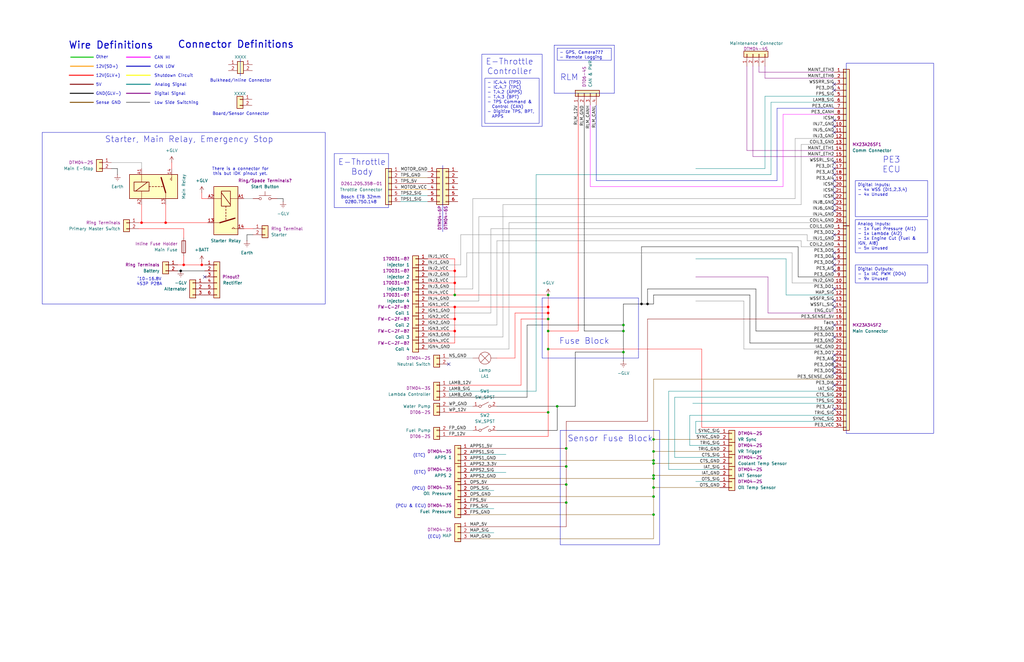
<source format=kicad_sch>
(kicad_sch (version 20231120) (generator "eeschema") (generator_version "8.0")
  (paper "B")
  (title_block (title "FSAE Interconnect") (date "2024-10-22") (rev "B") (company "\"Gryphon\" Racing"))
  (junction (at 275.59 201.93))
  (junction (at 275.59 194.31))
  (junction (at 238.76 189.23))
  (junction (at 191.77 114.3) (color 255 0 0 1))
  (junction (at 262.89 137.16))
  (junction (at 275.59 205.74))
  (junction (at 191.77 129.54) (color 255 0 0 1))
  (junction (at 191.77 139.7) (color 255 0 0 1))
  (junction (at 262.89 148.59))
  (junction (at 191.77 134.62) (color 255 0 0 1))
  (junction (at 270.51 128.27) (color 0 0 0 1))
  (junction (at 275.59 200.66))
  (junction (at 191.77 124.46))
  (junction (at 231.14 173.99))
  (junction (at 231.14 129.54) (color 255 0 0 1))
  (junction (at 77.47 111.76) (color 255 0 0 1))
  (junction (at 238.76 204.47))
  (junction (at 85.09 111.76) (color 255 0 0 1))
  (junction (at 275.59 195.58))
  (junction (at 238.76 196.85))
  (junction (at 275.59 185.42))
  (junction (at 234.95 171.45))
  (junction (at 273.05 128.27) (color 0 0 0 1))
  (junction (at 231.14 134.62))
  (junction (at 238.76 212.09))
  (junction (at 231.14 139.7))
  (junction (at 69.85 93.98) (color 255 0 0 1))
  (junction (at 231.14 132.08) (color 255 0 0 1))
  (junction (at 262.89 139.7))
  (junction (at 231.14 147.32))
  (junction (at 275.59 217.17))
  (junction (at 76.2 114.3) (color 0 0 0 1))
  (junction (at 231.14 124.46))
  (junction (at 275.59 190.5))
  (junction (at 191.77 119.38) (color 255 0 0 1))
  (junction (at 275.59 209.55))
  (junction (at 59.69 93.98) (color 255 0 0 1))
  (no_connect (at 351.79 50.8))
  (no_connect (at 351.79 149.86))
  (no_connect (at 351.79 129.54))
  (no_connect (at 351.79 55.88))
  (no_connect (at 351.79 127))
  (no_connect (at 351.79 76.2))
  (no_connect (at 351.79 121.92))
  (no_connect (at 351.79 162.56))
  (no_connect (at 189.23 153.67))
  (no_connect (at 86.36 116.84))
  (no_connect (at 351.79 68.58))
  (no_connect (at 351.79 71.12))
  (no_connect (at 351.79 172.72))
  (no_connect (at 351.79 142.24))
  (no_connect (at 351.79 88.9))
  (no_connect (at 351.79 154.94))
  (no_connect (at 351.79 137.16))
  (no_connect (at 351.79 99.06))
  (no_connect (at 351.79 106.68))
  (no_connect (at 351.79 83.82))
  (no_connect (at 351.79 81.28))
  (no_connect (at 351.79 78.74))
  (no_connect (at 351.79 111.76))
  (no_connect (at 351.79 53.34))
  (no_connect (at 351.79 109.22))
  (no_connect (at 351.79 86.36))
  (no_connect (at 351.79 35.56))
  (no_connect (at 351.79 73.66))
  (no_connect (at 351.79 157.48))
  (no_connect (at 351.79 38.1))
  (no_connect (at 351.79 114.3))
  (no_connect (at 351.79 152.4))
  (wire (pts (xy 196.85 106.68) (xy 334.01 106.68)) (stroke (width 0) (color 132 132 132 1)))
  (wire (pts (xy 198.12 204.47) (xy 238.76 204.47)) (stroke (width 0) (color 132 0 0 1)))
  (wire (pts (xy 168.91 77.47) (xy 180.34 77.47)) (stroke (width 0) (color 132 0 0 1)))
  (wire (pts (xy 262.89 139.7) (xy 262.89 148.59)) (stroke (width 0) (color 0 0 0 1)))
  (wire (pts (xy 284.48 193.04) (xy 303.53 193.04)) (stroke (width 0) (color 0 132 132 1)))
  (wire (pts (xy 284.48 167.64) (xy 284.48 193.04)) (stroke (width 0) (color 0 132 132 1)))
  (wire (pts (xy 201.93 91.44) (xy 201.93 127)) (stroke (width 0) (color 132 132 132 1)))
  (wire (pts (xy 189.23 165.1) (xy 226.06 165.1)) (stroke (width 0) (color 0 132 132 1)))
  (wire (pts (xy 219.71 134.62) (xy 231.14 134.62)) (stroke (width 0) (color 255 0 0 1)))
  (wire (pts (xy 191.77 114.3) (xy 180.34 114.3)) (stroke (width 0) (color 255 0 0 1)))
  (wire (pts (xy 351.79 144.78) (xy 316.23 144.78)) (stroke (width 0) (color 0 0 0 1)))
  (wire (pts (xy 59.69 86.36) (xy 59.69 93.98)) (stroke (width 0) (color 255 0 0 1)))
  (wire (pts (xy 275.59 124.46) (xy 275.59 128.27)) (stroke (width 0) (color 0 0 0 1)))
  (wire (pts (xy 189.23 184.15) (xy 231.14 184.15)) (stroke (width 0) (color 255 0 0 1)))
  (wire (pts (xy 77.47 111.76) (xy 85.09 111.76)) (stroke (width 0) (color 255 0 0 1)))
  (wire (pts (xy 351.79 116.84) (xy 336.55 116.84)) (stroke (width 0) (color 0 0 0 1)))
  (wire (pts (xy 275.59 185.42) (xy 303.53 185.42)) (stroke (width 0) (color 128 77 0 1)))
  (wire (pts (xy 102.87 96.52) (xy 106.68 96.52)) (stroke (width 0) (color 255 0 0 1)))
  (wire (pts (xy 198.12 217.17) (xy 275.59 217.17)) (stroke (width 0) (color 128 77 0 1)))
  (wire (pts (xy 314.96 27.94) (xy 314.96 63.5)) (stroke (width 0) (color 132 0 132 1)))
  (wire (pts (xy 340.36 101.6) (xy 351.79 101.6)) (stroke (width 0) (color 132 132 132 1)))
  (wire (pts (xy 275.59 195.58) (xy 303.53 195.58)) (stroke (width 0) (color 128 77 0 1)))
  (wire (pts (xy 313.69 147.32) (xy 313.69 127)) (stroke (width 0) (color 132 132 132 1)))
  (wire (pts (xy 58.42 96.52) (xy 77.47 96.52)) (stroke (width 0) (color 255 0 0 1)))
  (wire (pts (xy 275.59 190.5) (xy 303.53 190.5)) (stroke (width 0) (color 128 77 0 1)))
  (wire (pts (xy 251.46 76.2) (xy 327.66 76.2)) (stroke (width 0) (color 0 0 194 1)))
  (wire (pts (xy 168.91 82.55) (xy 180.34 82.55)) (stroke (width 0) (color 0 132 132 1)))
  (wire (pts (xy 292.1 170.18) (xy 351.79 170.18)) (stroke (width 0) (color 0 132 132 1)))
  (wire (pts (xy 198.12 189.23) (xy 238.76 189.23)) (stroke (width 0) (color 132 0 0 1)))
  (wire (pts (xy 273.05 134.62) (xy 273.05 177.8)) (stroke (width 0) (color 132 0 0 1)))
  (wire (pts (xy 270.51 104.14) (xy 270.51 128.27)) (stroke (width 0) (color 0 0 0 1)))
  (wire (pts (xy 337.82 104.14) (xy 351.79 104.14)) (stroke (width 0) (color 132 132 132 1)))
  (wire (pts (xy 209.55 151.13) (xy 217.17 151.13)) (stroke (width 0) (color 255 0 0 1)))
  (wire (pts (xy 85.09 83.82) (xy 87.63 83.82)) (stroke (width 0) (color 255 0 0 1)))
  (bus (pts (xy 53.34 39.37) (xy 63.373 39.37)) (stroke (width 0.4) (color 132 0 132 1)))
  (wire (pts (xy 317.5 66.04) (xy 351.79 66.04)) (stroke (width 0) (color 132 0 132 1)))
  (wire (pts (xy 214.63 93.98) (xy 214.63 147.32)) (stroke (width 0) (color 132 132 132 1)))
  (wire (pts (xy 208.28 214.63) (xy 198.12 214.63)) (stroke (width 0) (color 0 132 132 1)))
  (wire (pts (xy 191.77 144.78) (xy 180.34 144.78)) (stroke (width 0) (color 255 0 0 1)))
  (wire (pts (xy 189.23 167.64) (xy 222.25 167.64)) (stroke (width 0) (color 0 0 0 1)))
  (wire (pts (xy 275.59 209.55) (xy 275.59 205.74)) (stroke (width 0) (color 128 77 0 1)))
  (wire (pts (xy 248.92 44.45) (xy 248.92 78.74)) (stroke (width 0) (color 255 0 255 1)))
  (wire (pts (xy 275.59 200.66) (xy 275.59 201.93)) (stroke (width 0) (color 128 77 0 1)))
  (wire (pts (xy 74.93 114.3) (xy 76.2 114.3)) (stroke (width 0) (color 0 0 0 1)))
  (wire (pts (xy 275.59 185.42) (xy 275.59 190.5)) (stroke (width 0) (color 128 77 0 1)))
  (wire (pts (xy 191.77 129.54) (xy 180.34 129.54)) (stroke (width 0) (color 255 0 0 1)))
  (wire (pts (xy 275.59 160.02) (xy 275.59 185.42)) (stroke (width 0) (color 128 77 0 1)))
  (wire (pts (xy 316.23 144.78) (xy 316.23 124.46)) (stroke (width 0) (color 0 0 0 1)))
  (wire (pts (xy 231.14 173.99) (xy 231.14 184.15)) (stroke (width 0) (color 255 0 0 1)))
  (wire (pts (xy 217.17 132.08) (xy 217.17 151.13)) (stroke (width 0) (color 255 0 0 1)))
  (wire (pts (xy 290.83 187.96) (xy 290.83 175.26)) (stroke (width 0) (color 0 132 132 1)))
  (bus (pts (xy 53.34 43.18) (xy 63.119 43.18)) (stroke (width 0.4) (color 132 132 132 1)))
  (wire (pts (xy 248.92 78.74) (xy 330.2 78.74)) (stroke (width 0) (color 255 0 255 1)))
  (wire (pts (xy 191.77 109.22) (xy 180.34 109.22)) (stroke (width 0) (color 255 0 0 1)))
  (wire (pts (xy 191.77 114.3) (xy 191.77 109.22)) (stroke (width 0) (color 255 0 0 1)))
  (wire (pts (xy 334.01 119.38) (xy 351.79 119.38)) (stroke (width 0) (color 132 132 132 1)))
  (wire (pts (xy 273.05 177.8) (xy 238.76 177.8)) (stroke (width 0) (color 132 0 0 1)))
  (wire (pts (xy 77.47 96.52) (xy 77.47 100.33)) (stroke (width 0) (color 255 0 0 1)))
  (wire (pts (xy 275.59 194.31) (xy 275.59 195.58)) (stroke (width 0) (color 128 77 0 1)))
  (wire (pts (xy 199.39 83.82) (xy 199.39 121.92)) (stroke (width 0) (color 132 132 132 1)))
  (wire (pts (xy 119.38 85.09) (xy 119.38 83.82)) (stroke (width 0) (color 0 0 0 1)))
  (wire (pts (xy 246.38 139.7) (xy 262.89 139.7)) (stroke (width 0) (color 0 0 0 1)))
  (wire (pts (xy 191.77 134.62) (xy 191.77 139.7)) (stroke (width 0) (color 255 0 0 1)))
  (wire (pts (xy 180.34 116.84) (xy 196.85 116.84)) (stroke (width 0) (color 132 132 132 1)))
  (wire (pts (xy 290.83 175.26) (xy 351.79 175.26)) (stroke (width 0) (color 0 132 132 1)))
  (wire (pts (xy 226.06 165.1) (xy 226.06 73.66)) (stroke (width 0) (color 0 132 132 1)))
  (wire (pts (xy 251.46 44.45) (xy 251.46 76.2)) (stroke (width 0) (color 0 0 194 1)))
  (bus (pts (xy 53.34 24.13) (xy 63.373 24.13)) (stroke (width 0.4) (color 255 0 255 1)))
  (wire (pts (xy 275.59 124.46) (xy 316.23 124.46)) (stroke (width 0) (color 0 0 0 1)))
  (wire (pts (xy 198.12 212.09) (xy 238.76 212.09)) (stroke (width 0) (color 132 0 0 1)))
  (wire (pts (xy 168.91 80.01) (xy 180.34 80.01)) (stroke (width 0) (color 255 153 0 1)))
  (wire (pts (xy 119.38 83.82) (xy 116.84 83.82)) (stroke (width 0) (color 0 0 0 1)))
  (wire (pts (xy 191.77 124.46) (xy 231.14 124.46)) (stroke (width 0) (color 255 0 0 1)))
  (polyline (pts (xy 101.3714 24.9428) (xy 101.3714 32.0548)))
  (wire (pts (xy 168.91 72.39) (xy 180.34 72.39)) (stroke (width 0) (color 132 132 132 1)))
  (wire (pts (xy 199.39 181.61) (xy 189.23 181.61)) (stroke (width 0) (color 132 132 132 1)))
  (bus (pts (xy 53.34 35.56) (xy 63.373 35.56)) (stroke (width 0.4) (color 0 132 132 1)))
  (wire (pts (xy 281.94 198.12) (xy 303.53 198.12)) (stroke (width 0) (color 0 132 132 1)))
  (wire (pts (xy 322.58 33.02) (xy 351.79 33.02)) (stroke (width 0) (color 132 0 132 1)))
  (wire (pts (xy 199.39 83.82) (xy 335.28 83.82)) (stroke (width 0) (color 132 132 132 1)))
  (bus (pts (xy 29.591 43.18) (xy 39.37 43.18)) (stroke (width 0.4) (color 128 77 0 1)))
  (bus (pts (xy 29.591 39.37) (xy 39.37 39.37)) (stroke (width 0.4) (color 0 0 0 1)))
  (wire (pts (xy 85.09 111.76) (xy 85.09 110.49)) (stroke (width 0) (color 255 0 0 1)))
  (wire (pts (xy 231.14 129.54) (xy 231.14 132.08)) (stroke (width 0) (color 255 0 0 1)))
  (wire (pts (xy 275.59 201.93) (xy 275.59 205.74)) (stroke (width 0) (color 128 77 0 1)))
  (wire (pts (xy 293.37 182.88) (xy 293.37 177.8)) (stroke (width 0) (color 0 132 132 1)))
  (wire (pts (xy 246.38 44.45) (xy 246.38 139.7)) (stroke (width 0) (color 0 0 0 1)))
  (wire (pts (xy 325.12 43.18) (xy 351.79 43.18)) (stroke (width 0) (color 0 132 132 1)))
  (bus (pts (xy 29.845 24.13) (xy 39.37 24.13)) (stroke (width 0.4) (color 0 194 0 1)))
  (wire (pts (xy 327.66 45.72) (xy 351.79 45.72)) (stroke (width 0) (color 0 0 194 1)))
  (wire (pts (xy 242.57 148.59) (xy 242.57 171.45)) (stroke (width 0) (color 0 0 0 1)))
  (wire (pts (xy 59.69 68.58) (xy 59.69 71.12)) (stroke (width 0) (color 132 132 132 1)))
  (wire (pts (xy 191.77 139.7) (xy 191.77 144.78)) (stroke (width 0) (color 255 0 0 1)))
  (bus (pts (xy 53.34 27.94) (xy 63.373 27.94)) (stroke (width 0.4) (color 0 0 194 1)))
  (wire (pts (xy 72.39 68.58) (xy 72.39 71.12)) (stroke (width 0) (color 255 0 0 1)))
  (wire (pts (xy 198.12 209.55) (xy 275.59 209.55)) (stroke (width 0) (color 128 77 0 1)))
  (wire (pts (xy 340.36 101.6) (xy 340.36 99.06)) (stroke (width 0) (color 132 132 132 1)))
  (wire (pts (xy 49.53 71.12) (xy 49.53 73.66)) (stroke (width 0) (color 0 0 0 1)))
  (wire (pts (xy 209.55 101.6) (xy 209.55 137.16)) (stroke (width 0) (color 132 132 132 1)))
  (wire (pts (xy 46.99 68.58) (xy 59.69 68.58)) (stroke (width 0) (color 132 132 132 1)))
  (wire (pts (xy 74.93 111.76) (xy 77.47 111.76)) (stroke (width 0) (color 255 0 0 1)))
  (wire (pts (xy 318.77 139.7) (xy 318.77 121.92)) (stroke (width 0) (color 0 0 0 1)))
  (wire (pts (xy 337.82 60.96) (xy 337.82 86.36)) (stroke (width 0) (color 132 132 132 1)))
  (wire (pts (xy 194.31 99.06) (xy 340.36 99.06)) (stroke (width 0) (color 132 132 132 1)))
  (wire (pts (xy 198.12 201.93) (xy 275.59 201.93)) (stroke (width 0) (color 128 77 0 1)))
  (wire (pts (xy 243.84 139.7) (xy 231.14 139.7)) (stroke (width 0) (color 255 0 0 1)))
  (wire (pts (xy 189.23 173.99) (xy 231.14 173.99)) (stroke (width 0) (color 255 0 0 1)))
  (wire (pts (xy 238.76 189.23) (xy 238.76 196.85)) (stroke (width 0) (color 132 0 0 1)))
  (wire (pts (xy 222.25 167.64) (xy 222.25 137.16)) (stroke (width 0) (color 0 0 0 1)))
  (wire (pts (xy 322.58 71.12) (xy 293.37 71.12)) (stroke (width 0) (color 0 132 132 1)))
  (wire (pts (xy 168.91 85.09) (xy 180.34 85.09)) (stroke (width 0) (color 0 132 132 1)))
  (wire (pts (xy 275.59 217.17) (xy 275.59 209.55)) (stroke (width 0) (color 128 77 0 1)))
  (wire (pts (xy 314.96 63.5) (xy 351.79 63.5)) (stroke (width 0) (color 132 0 132 1)))
  (wire (pts (xy 317.5 27.94) (xy 317.5 66.04)) (stroke (width 0) (color 132 0 132 1)))
  (wire (pts (xy 238.76 177.8) (xy 238.76 189.23)) (stroke (width 0) (color 132 0 0 1)))
  (wire (pts (xy 191.77 119.38) (xy 180.34 119.38)) (stroke (width 0) (color 255 0 0 1)))
  (wire (pts (xy 320.04 30.48) (xy 320.04 27.94)) (stroke (width 0) (color 132 0 132 1)))
  (wire (pts (xy 262.89 148.59) (xy 262.89 152.4)) (stroke (width 0) (color 0 0 0 1)))
  (bus (pts (xy 53.34 31.75) (xy 63.373 31.75)) (stroke (width 0.4) (color 255 255 0 1)))
  (wire (pts (xy 191.77 129.54) (xy 231.14 129.54)) (stroke (width 0) (color 255 0 0 1)))
  (wire (pts (xy 273.05 121.92) (xy 318.77 121.92)) (stroke (width 0) (color 0 0 0 1)))
  (wire (pts (xy 226.06 73.66) (xy 325.12 73.66)) (stroke (width 0) (color 0 132 132 1)))
  (wire (pts (xy 335.28 58.42) (xy 351.79 58.42)) (stroke (width 0) (color 132 132 132 1)))
  (wire (pts (xy 331.47 109.22) (xy 293.37 109.22)) (stroke (width 0) (color 0 132 132 1)))
  (wire (pts (xy 212.09 86.36) (xy 337.82 86.36)) (stroke (width 0) (color 132 132 132 1)))
  (wire (pts (xy 293.37 116.84) (xy 323.85 116.84)) (stroke (width 0) (color 132 0 132 1)))
  (wire (pts (xy 262.89 137.16) (xy 262.89 139.7)) (stroke (width 0) (color 0 0 0 1)))
  (wire (pts (xy 168.91 74.93) (xy 180.34 74.93)) (stroke (width 0) (color 128 77 0 1)))
  (wire (pts (xy 104.14 99.06) (xy 106.68 99.06)) (stroke (width 0) (color 0 0 0 1)))
  (wire (pts (xy 290.83 187.96) (xy 303.53 187.96)) (stroke (width 0) (color 0 132 132 1)))
  (wire (pts (xy 85.09 81.28) (xy 85.09 83.82)) (stroke (width 0) (color 255 0 0 1)))
  (wire (pts (xy 191.77 134.62) (xy 180.34 134.62)) (stroke (width 0) (color 255 0 0 1)))
  (wire (pts (xy 180.34 121.92) (xy 199.39 121.92)) (stroke (width 0) (color 132 132 132 1)))
  (wire (pts (xy 201.93 91.44) (xy 351.79 91.44)) (stroke (width 0) (color 132 132 132 1)))
  (wire (pts (xy 194.31 99.06) (xy 194.31 111.76)) (stroke (width 0) (color 132 132 132 1)))
  (wire (pts (xy 104.14 99.06) (xy 104.14 101.6)) (stroke (width 0) (color 0 0 0 1)))
  (wire (pts (xy 69.85 86.36) (xy 69.85 93.98)) (stroke (width 0) (color 255 0 0 1)))
  (wire (pts (xy 238.76 204.47) (xy 238.76 212.09)) (stroke (width 0) (color 132 0 0 1)))
  (wire (pts (xy 231.14 147.32) (xy 295.91 147.32)) (stroke (width 0) (color 255 0 0 1)))
  (wire (pts (xy 191.77 129.54) (xy 191.77 134.62)) (stroke (width 0) (color 255 0 0 1)))
  (wire (pts (xy 351.79 139.7) (xy 318.77 139.7)) (stroke (width 0) (color 0 0 0 1)))
  (wire (pts (xy 284.48 167.64) (xy 351.79 167.64)) (stroke (width 0) (color 0 132 132 1)))
  (wire (pts (xy 262.89 128.27) (xy 262.89 137.16)) (stroke (width 0) (color 0 0 0 1)))
  (wire (pts (xy 180.34 142.24) (xy 212.09 142.24)) (stroke (width 0) (color 132 132 132 1)))
  (wire (pts (xy 209.55 101.6) (xy 337.82 101.6)) (stroke (width 0) (color 132 132 132 1)))
  (wire (pts (xy 180.34 111.76) (xy 194.31 111.76)) (stroke (width 0) (color 132 132 132 1)))
  (wire (pts (xy 322.58 40.64) (xy 351.79 40.64)) (stroke (width 0) (color 0 132 132 1)))
  (wire (pts (xy 275.59 160.02) (xy 351.79 160.02)) (stroke (width 0) (color 128 77 0 1)))
  (wire (pts (xy 281.94 165.1) (xy 351.79 165.1)) (stroke (width 0) (color 0 132 132 1)))
  (wire (pts (xy 293.37 182.88) (xy 303.53 182.88)) (stroke (width 0) (color 0 132 132 1)))
  (wire (pts (xy 270.51 128.27) (xy 273.05 128.27)) (stroke (width 0) (color 0 0 0 1)))
  (wire (pts (xy 335.28 58.42) (xy 335.28 83.82)) (stroke (width 0) (color 132 132 132 1)))
  (wire (pts (xy 262.89 128.27) (xy 270.51 128.27)) (stroke (width 0) (color 0 0 0 1)))
  (wire (pts (xy 77.47 111.76) (xy 77.47 107.95)) (stroke (width 0) (color 255 0 0 1)))
  (wire (pts (xy 234.95 171.45) (xy 209.55 171.45)) (stroke (width 0) (color 0 0 0 1)))
  (wire (pts (xy 213.36 199.39) (xy 198.12 199.39)) (stroke (width 0) (color 0 132 132 1)))
  (wire (pts (xy 207.01 96.52) (xy 207.01 132.08)) (stroke (width 0) (color 132 132 132 1)))
  (wire (pts (xy 189.23 171.45) (xy 199.39 171.45)) (stroke (width 0) (color 132 132 132 1)))
  (wire (pts (xy 275.59 200.66) (xy 303.53 200.66)) (stroke (width 0) (color 128 77 0 1)))
  (wire (pts (xy 191.77 119.38) (xy 191.77 114.3)) (stroke (width 0) (color 255 0 0 1)))
  (wire (pts (xy 327.66 45.72) (xy 327.66 76.2)) (stroke (width 0) (color 0 0 194 1)))
  (wire (pts (xy 231.14 132.08) (xy 231.14 134.62)) (stroke (width 0) (color 255 0 0 1)))
  (bus (pts (xy 29.718 27.94) (xy 39.37 27.94)) (stroke (width 0.4) (color 255 153 0 1)))
  (wire (pts (xy 231.14 173.99) (xy 231.14 147.32)) (stroke (width 0) (color 255 0 0 1)))
  (wire (pts (xy 238.76 196.85) (xy 238.76 204.47)) (stroke (width 0) (color 132 0 0 1)))
  (wire (pts (xy 191.77 139.7) (xy 180.34 139.7)) (stroke (width 0) (color 255 0 0 1)))
  (wire (pts (xy 231.14 124.46) (xy 231.14 129.54)) (stroke (width 0) (color 255 0 0 1)))
  (wire (pts (xy 234.95 181.61) (xy 209.55 181.61)) (stroke (width 0) (color 0 0 0 1)))
  (wire (pts (xy 180.34 132.08) (xy 207.01 132.08)) (stroke (width 0) (color 132 132 132 1)))
  (wire (pts (xy 337.82 60.96) (xy 351.79 60.96)) (stroke (width 0) (color 132 132 132 1)))
  (wire (pts (xy 322.58 33.02) (xy 322.58 27.94)) (stroke (width 0) (color 132 0 132 1)))
  (wire (pts (xy 334.01 106.68) (xy 334.01 119.38)) (stroke (width 0) (color 132 132 132 1)))
  (wire (pts (xy 214.63 93.98) (xy 351.79 93.98)) (stroke (width 0) (color 132 132 132 1)))
  (wire (pts (xy 198.12 196.85) (xy 238.76 196.85)) (stroke (width 0) (color 132 0 0 1)))
  (wire (pts (xy 208.28 224.79) (xy 198.12 224.79)) (stroke (width 0) (color 0 132 132 1)))
  (wire (pts (xy 330.2 48.26) (xy 330.2 78.74)) (stroke (width 0) (color 255 0 255 1)))
  (wire (pts (xy 212.09 86.36) (xy 212.09 142.24)) (stroke (width 0) (color 132 132 132 1)))
  (wire (pts (xy 293.37 177.8) (xy 351.79 177.8)) (stroke (width 0) (color 0 132 132 1)))
  (wire (pts (xy 293.37 203.2) (xy 303.53 203.2)) (stroke (width 0) (color 0 132 132 1)))
  (wire (pts (xy 69.85 93.98) (xy 87.63 93.98)) (stroke (width 0) (color 255 0 0 1)))
  (wire (pts (xy 275.59 128.27) (xy 273.05 128.27)) (stroke (width 0) (color 0 0 0 1)))
  (wire (pts (xy 313.69 127) (xy 293.37 127)) (stroke (width 0) (color 132 132 132 1)))
  (wire (pts (xy 231.14 139.7) (xy 231.14 147.32)) (stroke (width 0) (color 255 0 0 1)))
  (wire (pts (xy 198.12 227.33) (xy 275.59 227.33)) (stroke (width 0) (color 128 77 0 1)))
  (wire (pts (xy 213.36 191.77) (xy 198.12 191.77)) (stroke (width 0) (color 0 132 132 1)))
  (wire (pts (xy 351.79 124.46) (xy 331.47 124.46)) (stroke (width 0) (color 0 132 132 1)))
  (wire (pts (xy 295.91 180.34) (xy 351.79 180.34)) (stroke (width 0) (color 255 0 0 1)))
  (wire (pts (xy 180.34 147.32) (xy 214.63 147.32)) (stroke (width 0) (color 132 132 132 1)))
  (bus (pts (xy 29.21 31.75) (xy 39.37 31.75)) (stroke (width 0.4) (color 255 0 0 1)))
  (wire (pts (xy 275.59 190.5) (xy 275.59 194.31)) (stroke (width 0) (color 128 77 0 1)))
  (wire (pts (xy 330.2 48.26) (xy 351.79 48.26)) (stroke (width 0) (color 255 0 255 1)))
  (wire (pts (xy 281.94 198.12) (xy 281.94 165.1)) (stroke (width 0) (color 0 132 132 1)))
  (wire (pts (xy 336.55 104.14) (xy 336.55 116.84)) (stroke (width 0) (color 0 0 0 1)))
  (wire (pts (xy 85.09 111.76) (xy 86.36 111.76)) (stroke (width 0) (color 255 0 0 1)))
  (polyline (pts (xy 186.69 69.85) (xy 186.69 97.79)))
  (wire (pts (xy 198.12 222.25) (xy 238.76 222.25)) (stroke (width 0) (color 132 0 0 1)))
  (wire (pts (xy 102.87 83.82) (xy 106.68 83.82)) (stroke (width 0) (color 132 132 132 1)))
  (wire (pts (xy 273.05 134.62) (xy 351.79 134.62)) (stroke (width 0) (color 132 0 0 1)))
  (wire (pts (xy 231.14 134.62) (xy 231.14 139.7)) (stroke (width 0) (color 255 0 0 1)))
  (wire (pts (xy 191.77 124.46) (xy 191.77 119.38)) (stroke (width 0) (color 255 0 0 1)))
  (wire (pts (xy 234.95 171.45) (xy 234.95 181.61)) (stroke (width 0) (color 0 0 0 1)))
  (wire (pts (xy 331.47 109.22) (xy 331.47 124.46)) (stroke (width 0) (color 0 132 132 1)))
  (wire (pts (xy 337.82 104.14) (xy 337.82 101.6)) (stroke (width 0) (color 132 132 132 1)))
  (wire (pts (xy 217.17 132.08) (xy 231.14 132.08)) (stroke (width 0) (color 255 0 0 1)))
  (wire (pts (xy 46.99 71.12) (xy 49.53 71.12)) (stroke (width 0) (color 0 0 0 1)))
  (wire (pts (xy 323.85 132.08) (xy 351.79 132.08)) (stroke (width 0) (color 132 0 132 1)))
  (wire (pts (xy 59.69 93.98) (xy 69.85 93.98)) (stroke (width 0) (color 255 0 0 1)))
  (wire (pts (xy 189.23 151.13) (xy 199.39 151.13)) (stroke (width 0) (color 132 132 132 1)))
  (wire (pts (xy 180.34 127) (xy 201.93 127)) (stroke (width 0) (color 132 132 132 1)))
  (wire (pts (xy 270.51 104.14) (xy 336.55 104.14)) (stroke (width 0) (color 0 0 0 1)))
  (wire (pts (xy 219.71 162.56) (xy 219.71 134.62)) (stroke (width 0) (color 255 0 0 1)))
  (wire (pts (xy 198.12 194.31) (xy 275.59 194.31)) (stroke (width 0) (color 128 77 0 1)))
  (wire (pts (xy 262.89 148.59) (xy 242.57 148.59)) (stroke (width 0) (color 0 0 0 1)))
  (wire (pts (xy 189.23 162.56) (xy 219.71 162.56)) (stroke (width 0) (color 255 0 0 1)))
  (wire (pts (xy 180.34 137.16) (xy 209.55 137.16)) (stroke (width 0) (color 132 132 132 1)))
  (wire (pts (xy 242.57 171.45) (xy 234.95 171.45)) (stroke (width 0) (color 0 0 0 1)))
  (wire (pts (xy 273.05 121.92) (xy 273.05 128.27)) (stroke (width 0) (color 0 0 0 1)))
  (wire (pts (xy 325.12 43.18) (xy 325.12 73.66)) (stroke (width 0) (color 0 132 132 1)))
  (wire (pts (xy 275.59 195.58) (xy 275.59 200.66)) (stroke (width 0) (color 128 77 0 1)))
  (wire (pts (xy 295.91 147.32) (xy 295.91 180.34)) (stroke (width 0) (color 255 0 0 1)))
  (wire (pts (xy 196.85 106.68) (xy 196.85 116.84)) (stroke (width 0) (color 132 132 132 1)))
  (wire (pts (xy 275.59 205.74) (xy 303.53 205.74)) (stroke (width 0) (color 128 77 0 1)))
  (wire (pts (xy 208.28 207.01) (xy 198.12 207.01)) (stroke (width 0) (color 0 132 132 1)))
  (wire (pts (xy 351.79 147.32) (xy 313.69 147.32)) (stroke (width 0) (color 132 132 132 1)))
  (wire (pts (xy 320.04 30.48) (xy 351.79 30.48)) (stroke (width 0) (color 132 0 132 1)))
  (wire (pts (xy 238.76 222.25) (xy 238.76 212.09)) (stroke (width 0) (color 132 0 0 1)))
  (wire (pts (xy 191.77 124.46) (xy 180.34 124.46)) (stroke (width 0) (color 255 0 0 1)))
  (wire (pts (xy 76.2 114.3) (xy 86.36 114.3)) (stroke (width 0) (color 0 0 0 1)))
  (wire (pts (xy 323.85 132.08) (xy 323.85 116.84)) (stroke (width 0) (color 132 0 132 1)))
  (wire (pts (xy 222.25 137.16) (xy 262.89 137.16)) (stroke (width 0) (color 0 0 0 1)))
  (wire (pts (xy 58.42 93.98) (xy 59.69 93.98)) (stroke (width 0) (color 255 0 0 1)))
  (wire (pts (xy 243.84 44.45) (xy 243.84 139.7)) (stroke (width 0) (color 255 0 0 1)))
  (wire (pts (xy 322.58 40.64) (xy 322.58 71.12)) (stroke (width 0) (color 0 132 132 1)))
  (bus (pts (xy 29.591 35.56) (xy 39.37 35.56)) (stroke (width 0.4) (color 132 0 0 1)))
  (wire (pts (xy 275.59 227.33) (xy 275.59 217.17)) (stroke (width 0) (color 128 77 0 1)))
  (wire (pts (xy 207.01 96.52) (xy 351.79 96.52)) (stroke (width 0) (color 132 132 132 1)))
  (rectangle (start 356.87 26.67) (end 393.7 182.88))
  (rectangle (start 203.2 22.86) (end 228.6 53.34))
  (rectangle (start 140.97 64.77) (end 163.83 87.63))
  (rectangle (start 236.22 181.61) (end 278.13 229.87))
  (rectangle (start 17.78 55.88) (end 137.16 128.27))
  (rectangle (start 228.6 125.73) (end 269.24 151.13))
  (rectangle (start 233.68 19.05) (end 259.08 39.37))
  (text_box "Digital Outputs:\n- 1x IAC PWM (DO4)\n- 9x Unused" (at 360.68 111.76 0) (size 30.48 7.62) (effects (font (size 1.27 1.27)) (justify left top)))
  (text_box "Analog Inputs:\n- 1x Fuel Pressure (AI1)\n- 1x Lambda (AI2)\n- 1x Engine Cut (Fuel & IGN, AI8)\n- 5x Unused" (at 360.68 92.71 0) (size 30.48 13.97) (effects (font (size 1.27 1.27)) (justify left top)))
  (text_box "- IC.4.4 (TPS)\n- IC.4.7 (TPC)\n- T.4.2 (APPS)\n- T.4.3 (BPT)\n- TPS Command & \n  Control (CAN)\n- Digitize TPS, BPT,\n  APPS" (at 204.47 33.02 0) (size 22.86 19.05) (effects (font (size 1.27 1.27)) (justify left top)))
  (text_box "Digital Inputs:\n- 4x WSS (DI1,2,3,4)\n- 4x Unused" (at 360.68 76.2 0) (size 30.48 15.24) (effects (font (size 1.27 1.27)) (justify left top)))
  (text_box "- GPS, Camera???\n- Remote Logging" (at 234.95 20.32 0) (size 22.86 5.08) (effects (font (size 1.27 1.27)) (justify left top)))
  (text "Digital Signal" (at 65.024 40.386 0) (effects (font (size 1.27 1.27)) (justify left bottom)))
  (text "(PCU)" (at 176.53 206.248 0) (effects (font (size 1.27 1.27))))
  (text "E-Throttle\nBody" (at 152.654 70.612 0) (effects (font (size 2.54 2.54))))
  (text "Connector Definitions" (at 74.8284 20.6248 0) (effects (font (size 3 3) (thickness 0.4) (bold yes)) (justify left bottom)))
  (text "^10-16.8V\n4S3P P28A" (at 62.992 118.872 0) (effects (font (size 1.27 1.27))))
  (text "E-Throttle\nController" (at 214.884 28.194 0) (effects (font (size 2.54 2.54))))
  (text "RLM" (at 240.03 32.766 0) (effects (font (size 2.54 2.54))))
  (text "12V(GLV+)" (at 40.386 32.766 0) (effects (font (size 1.27 1.27)) (justify left bottom)))
  (text "CAN LOW" (at 65.024 28.956 0) (effects (font (size 1.27 1.27)) (justify left bottom)))
  (text "PE3\nECU\n" (at 375.92 69.596 0) (effects (font (size 2.54 2.54))))
  (text "There is a connector for\nthis but IDK pinout yet." (at 101.346 72.39 0) (effects (font (size 1.27 1.27))))
  (text "(PCU & ECU)" (at 173.228 213.614 0) (effects (font (size 1.27 1.27))))
  (text "Low Side Switching" (at 65.024 44.196 0) (effects (font (size 1.27 1.27)) (justify left bottom)))
  (text "Analog Signal" (at 65.278 36.576 0) (effects (font (size 1.27 1.27)) (justify left bottom)))
  (text "Sense GND" (at 40.386 44.196 0) (effects (font (size 1.27 1.27)) (justify left bottom)))
  (text "Other" (at 40.386 24.892 0) (effects (font (size 1.27 1.27)) (justify left bottom)))
  (text "(ETC)" (at 177.038 199.39 0) (effects (font (size 1.27 1.27))))
  (text "GND(GLV-)" (at 40.386 40.386 0) (effects (font (size 1.27 1.27)) (justify left bottom)))
  (text "(ECU)" (at 183.134 226.568 0) (effects (font (size 1.27 1.27))))
  (text "(ETC)" (at 176.784 192.278 0) (effects (font (size 1.27 1.27))))
  (text "Fuse Block" (at 246.38 144.018 0) (effects (font (size 2.54 2.54))))
  (text "Sensor Fuse Block" (at 257.302 185.166 0) (effects (font (size 2.54 2.54))))
  (text "Starter, Main Relay, Emergency Stop" (at 79.756 58.928 0) (effects (font (size 2.54 2.54))))
  (text "Bulkhead/Inline Connector" (at 88.519 34.798 0) (effects (font (size 1.27 1.27)) (justify left bottom)))
  (text "Board/Sensor Connector" (at 89.5604 48.8442 0) (effects (font (size 1.27 1.27)) (justify left bottom)))
  (text "CAN HI" (at 65.024 25.146 0) (effects (font (size 1.27 1.27)) (justify left bottom)))
  (text "Shutdown Circuit" (at 65.024 32.766 0) (effects (font (size 1.27 1.27)) (justify left bottom)))
  (text "12V(SD+)" (at 40.386 28.956 0) (effects (font (size 1.27 1.27)) (justify left bottom)))
  (text "Bosch ETB 32mm\n0280.750.148" (at 152.146 84.328 0) (effects (font (size 1.27 1.27))))
  (text "5V" (at 40.386 36.576 0) (effects (font (size 1.27 1.27)) (justify left bottom)))
  (text "Wire Definitions" (at 28.829 20.955 0) (effects (font (size 3 3) (thickness 0.4) (bold yes)) (justify left bottom)))
  (label "PE3_GND" (at 351.79 116.84 180))
  (label "IGN1_VCC" (at 180.34 129.54 0))
  (label "PE3_DO2" (at 351.79 99.06 180))
  (label "INJ3_VCC" (at 180.34 119.38 0))
  (label "MOTOR_VCC" (at 168.91 80.01 0))
  (label "INJ7_GND" (at 351.79 53.34 180))
  (label "IGN3_GND" (at 180.34 142.24 0))
  (label "PE3_DO5" (at 351.79 106.68 180))
  (label "IGN2_VCC" (at 180.34 134.62 0))
  (label "PE3_CANL" (at 351.79 45.72 180))
  (label "PE3_DI5" (at 351.79 38.1 180))
  (label "RLM_12V" (at 243.84 44.45 270))
  (label "PE3_AI3" (at 351.79 73.66 180))
  (label "INJ5_GND" (at 351.79 55.88 180))
  (label "PE3_DO7" (at 351.79 149.86 180))
  (label "WSSRR_SIG" (at 351.79 35.56 180))
  (label "PE3_AI7" (at 351.79 172.72 180))
  (label "MAP_SIG" (at 351.79 124.46 180))
  (label "OPS_SIG" (at 198.12 207.01 0))
  (label "INJ1_VCC" (at 180.34 109.22 0))
  (label "WSSRL_SIG" (at 351.79 68.58 180))
  (label "PE3_DO3" (at 351.79 142.24 180))
  (label "IGN2_GND" (at 180.34 137.16 0))
  (label "FPS_GND" (at 198.12 217.17 0))
  (label "INJ4_VCC" (at 180.34 124.46 0))
  (label "COIL1_GND" (at 351.79 96.52 180))
  (label "TPS_GND" (at 168.91 74.93 0))
  (label "LAMB_GND" (at 189.23 167.64 0))
  (label "LAMB_12V" (at 189.23 162.56 0))
  (label "PE3_CANH" (at 351.79 48.26 180))
  (label "INJ2_VCC" (at 180.34 114.3 0))
  (label "WSSFL_SIG" (at 351.79 129.54 180))
  (label "PE3_DO6" (at 351.79 111.76 180))
  (label "ICSM" (at 351.79 83.82 180))
  (label "INJ4_GND" (at 180.34 127 0))
  (label "CTS_SIG" (at 351.79 167.64 180))
  (label "APPS2_SIG" (at 198.12 199.39 0))
  (label "IGN1_GND" (at 180.34 132.08 0))
  (label "APPS2_3.3V" (at 198.12 196.85 0))
  (label "COIL4_GND" (at 351.79 93.98 180))
  (label "MAP_5V" (at 198.12 222.25 0))
  (label "MAINT_ETH6" (at 351.79 33.02 180))
  (label "PE3_GND" (at 351.79 139.7 180))
  (label "WP_12V" (at 189.23 173.99 0))
  (label "PE3_DO8" (at 351.79 154.94 180))
  (label "PE3_DI7" (at 351.79 71.12 180))
  (label "IAT_GND" (at 303.53 200.66 180))
  (label "IAT_SIG" (at 303.53 198.12 180))
  (label "FPS_5V" (at 198.12 212.09 0))
  (label "OTS_SIG" (at 303.53 203.2 180))
  (label "OTS_GND" (at 303.53 205.74 180))
  (label "COIL2_GND" (at 351.79 104.14 180))
  (label "INJ1_GND" (at 351.79 101.6 180))
  (label "LAMB_SIG" (at 189.23 165.1 0))
  (label "WSSFR_SIG" (at 351.79 127 180))
  (label "APPS1_GND" (at 198.12 194.31 0))
  (label "TPS1_SIG" (at 168.91 85.09 0))
  (label "FP_GND" (at 189.23 181.61 0))
  (label "PE3_DO9" (at 351.79 157.48 180))
  (label "PE3_VCC" (at 351.79 180.34 180))
  (label "PE3_DOA" (at 351.79 109.22 180))
  (label "Tach" (at 351.79 137.16 180))
  (label "PE3_AI5" (at 351.79 114.3 180))
  (label "ICSM" (at 351.79 50.8 180))
  (label "ICSM" (at 351.79 78.74 180))
  (label "RLM_GND" (at 246.38 44.45 270))
  (label "NS_GND" (at 189.23 151.13 0))
  (label "FPS_SIG" (at 198.12 214.63 0))
  (label "TRIG_GND" (at 303.53 190.5 180))
  (label "APPS2_GND" (at 198.12 201.93 0))
  (label "INJ8_GND" (at 351.79 86.36 180))
  (label "TRIG_SIG" (at 303.53 187.96 180))
  (label "SYNC_GND" (at 303.53 185.42 180))
  (label "INJ2_GND" (at 351.79 119.38 180))
  (label "TPS_SIG" (at 351.79 170.18 180))
  (label "ENG_CUT" (at 351.79 132.08 180))
  (label "INJ3_GND" (at 351.79 58.42 180))
  (label "PE3_AI4" (at 351.79 76.2 180))
  (label "TPS2_SIG" (at 168.91 82.55 0))
  (label "MAP_SIG" (at 198.12 224.79 0))
  (label "TPS_5V" (at 168.91 77.47 0))
  (label "PE3_DI6" (at 351.79 162.56 180))
  (label "IGN4_VCC" (at 180.34 144.78 0))
  (label "COIL3_GND" (at 351.79 60.96 180))
  (label "SYNC_SIG" (at 303.53 182.88 180))
  (label "OPS_5V" (at 198.12 204.47 0))
  (label "INJ6_GND" (at 351.79 88.9 180))
  (label "ICSM" (at 351.79 81.28 180))
  (label "CTS_SIG" (at 303.53 193.04 180))
  (label "INJ3_GND" (at 180.34 121.92 0))
  (label "PE3_SENSE_5V" (at 351.79 134.62 180))
  (label "PE3_AI6" (at 351.79 152.4 180))
  (label "IAC_GND" (at 351.79 147.32 180))
  (label "INJ2_GND" (at 180.34 116.84 0))
  (label "IAT_SIG" (at 351.79 165.1 180))
  (label "MAINT_ETH3" (at 351.79 30.48 180))
  (label "PE3_GND" (at 351.79 144.78 180))
  (label "PE3_DO1" (at 351.79 121.92 180))
  (label "APPS1_SIG" (at 198.12 191.77 0))
  (label "INJ1_GND" (at 180.34 111.76 0))
  (label "IGN4_GND" (at 180.34 147.32 0))
  (label "PE3_SENSE_GND" (at 351.79 160.02 180))
  (label "SYNC_SIG" (at 351.79 177.8 180))
  (label "APPS1_5V" (at 198.12 189.23 0))
  (label "LAMB_SIG" (at 351.79 43.18 180))
  (label "RLM_CANL" (at 251.46 44.45 270))
  (label "MAINT_ETH1" (at 351.79 63.5 180))
  (label "FPS_SIG" (at 351.79 40.64 180))
  (label "WP_GND" (at 189.23 171.45 0))
  (label "INJ4_GND" (at 351.79 91.44 180))
  (label "TRIG_SIG" (at 351.79 175.26 180))
  (label "CTS_GND" (at 303.53 195.58 180))
  (label "OPS_GND" (at 198.12 209.55 0))
  (label "MAP_GND" (at 198.12 227.33 0))
  (label "FP_12V" (at 189.23 184.15 0))
  (label "RLM_CANH" (at 248.92 44.45 270))
  (label "MOTOR_GND" (at 168.91 72.39 0))
  (label "MAINT_ETH2" (at 351.79 66.04 180))
  (label "IGN3_VCC" (at 180.34 139.7 0))
  (symbol (lib_id "Connector_Generic:Conn_01x02") (at 308.61 193.04 0) (unit 1)
    (property "Reference" "J24" (effects (hide yes)))
    (property "Value" "Coolant Temp Sensor" (at 311.15 195.5799 0) (effects (justify left)))
    (property "Description" "DTM04-2S" (at 311.15 193.04 0) (effects (justify left)))
  )
  (symbol (lib_id "Connector_Generic:Conn_01x02") (at 175.26 124.46 0) (mirror y) (unit 1)
    (property "Reference" "J39" (effects (hide yes)))
    (property "Value" "Injector 4" (at 172.72 126.9999 0) (effects (justify left)))
    (property "Description" "170031-8?" (at 172.72 124.46 0) (effects (justify left)))
  )
  (symbol (lib_id "Connector_Generic:Conn_01x02") (at 184.15 151.13 0) (mirror y) (unit 1)
    (property "Reference" "J19" (effects (hide yes)))
    (property "Value" "Neutral Switch" (at 181.61 153.6699 0) (effects (justify left)))
    (property "Description" "DTM04-2S" (at 181.61 151.13 0) (effects (justify left)))
  )
  (symbol (lib_id "Connector_Generic:Conn_01x02") (at 175.26 109.22 0) (mirror y) (unit 1)
    (property "Reference" "J33" (effects (hide yes)))
    (property "Value" "Injector 1" (at 172.72 111.7599 0) (effects (justify left)))
    (property "Description" "170031-8?" (at 172.72 109.22 0) (effects (justify left)))
  )
  (symbol (lib_id "Connector_Generic:Conn_01x02") (at 308.61 187.96 0) (unit 1)
    (property "Reference" "J31" (effects (hide yes)))
    (property "Value" "VR Trigger" (at 311.15 190.4999 0) (effects (justify left)))
    (property "Description" "DTM04-2S" (at 311.15 187.96 0) (effects (justify left)))
  )
  (symbol (lib_id "Connector_Generic:Conn_01x02") (at 308.61 203.2 0) (unit 1)
    (property "Reference" "J61" (effects (hide yes)))
    (property "Value" "Oil Temp Sensor" (at 311.15 205.7399 0) (effects (justify left)))
    (property "Description" "DTM04-2S" (at 311.15 203.2 0) (effects (justify left)))
  )
  (symbol (lib_id "power:+BATT") (at 72.39 68.58 0) (unit 1)
    (property "Reference" "#PWR017" (effects (hide yes)))
    (property "Value" "+GLV" (at 72.39 63.5 0))
    (property "Description" "Power symbol creates a global label with name \"+BATT\"" (effects (hide yes)))
  )
  (symbol (lib_id "Connector_Generic:Conn_01x02") (at 308.61 182.88 0) (unit 1)
    (property "Reference" "J30" (effects (hide yes)))
    (property "Value" "VR Sync" (at 311.15 185.4199 0) (effects (justify left)))
    (property "Description" "DTM04-2S" (at 311.15 182.88 0) (effects (justify left)))
  )
  (symbol (lib_id "Connector_Generic:Conn_01x02") (at 175.26 139.7 0) (mirror y) (unit 1)
    (property "Reference" "J48" (effects (hide yes)))
    (property "Value" "Coil 3" (at 172.72 142.2399 0) (effects (justify left)))
    (property "Description" "FW-C-2F-B?" (at 172.72 139.7 0) (effects (justify left)))
  )
  (symbol (lib_id "power:Earth") (at 104.14 101.6 0) (unit 1)
    (property "Reference" "#PWR011" (effects (hide yes)))
    (property "Value" "Earth" (at 104.14 106.68 0))
    (property "Description" "Power symbol creates a global label with name \"Earth\"" (effects (hide yes)))
  )
  (symbol (lib_id "Connector_Generic:Conn_01x06") (at 163.83 77.47 0) (mirror y) (unit 1)
    (property "Reference" "J6" (effects (hide yes)))
    (property "Value" "Throttle Connector" (at 161.29 80.0099 0) (effects (justify left)))
    (property "Description" "D261.205.358-01" (at 161.29 77.47 0) (effects (justify left)))
  )
  (symbol (lib_id "Connector_Generic:Conn_01x02") (at 175.26 114.3 0) (mirror y) (unit 1)
    (property "Reference" "J36" (effects (hide yes)))
    (property "Value" "Injector 2" (at 172.72 116.8399 0) (effects (justify left)))
    (property "Description" "170031-8?" (at 172.72 114.3 0) (effects (justify left)))
  )
  (symbol (lib_id "Connector_Generic:Conn_01x02") (at 53.34 93.98 0) (mirror y) (unit 1)
    (property "Reference" "J16" (effects (hide yes)))
    (property "Value" "Primary Master Switch" (at 50.8 96.5199 0) (effects (justify left)))
    (property "Description" "Ring Terminals" (at 50.8 93.98 0) (effects (justify left)))
  )
  (symbol (lib_id "Relay:Relay_SPST-NO") (at 64.77 78.74 0) (unit 1)
    (property "Reference" "K1" (effects (hide yes)))
    (property "Value" "Main Relay" (at 77.47 78.74 90))
    (property "Description" "Relay SPST, Normally Open, EN50005" (effects (hide yes)))
  )
  (symbol (lib_id "power:Earth") (at 119.38 85.09 0) (unit 1)
    (property "Reference" "#PWR014" (effects (hide yes)))
    (property "Value" "-GLV" (at 119.38 90.17 0))
    (property "Description" "Power symbol creates a global label with name \"Earth\"" (effects (hide yes)))
  )
  (symbol (lib_id "Device:Lamp") (at 204.47 151.13 270) (mirror x) (unit 1)
    (property "Reference" "LA1" (at 204.47 158.75 90))
    (property "Value" "Lamp" (at 204.47 156.21 90))
    (property "Description" "Lamp" (effects (hide yes)))
  )
  (symbol (lib_id "Connector_Generic:Conn_01x03") (at 193.04 224.79 0) (mirror y) (unit 1)
    (property "Reference" "J5" (effects (hide yes)))
    (property "Value" "MAP" (at 190.5 226.0599 0) (effects (justify left)))
    (property "Description" "DTM04-3S" (at 190.5 223.52 0) (effects (justify left)))
  )
  (symbol (lib_id "Connector_Generic:Conn_01x02") (at 175.26 144.78 0) (mirror y) (unit 1)
    (property "Reference" "J49" (effects (hide yes)))
    (property "Value" "Coil 4" (at 172.72 147.3199 0) (effects (justify left)))
    (property "Description" "FW-C-2F-B?" (at 172.72 144.78 0) (effects (justify left)))
  )
  (symbol (lib_id "Connector_Generic:Conn_01x03") (at 193.04 199.39 0) (mirror y) (unit 1)
    (property "Reference" "J12" (effects (hide yes)))
    (property "Value" "APPS 2" (at 190.5 200.6599 0) (effects (justify left)))
    (property "Description" "DTM04-3S" (at 190.5 198.12 0) (effects (justify left)))
  )
  (symbol (lib_id "Connector_Generic:Conn_01x03") (at 184.15 165.1 0) (mirror y) (unit 1)
    (property "Reference" "J34" (effects (hide yes)))
    (property "Value" "Lambda Controller" (at 181.61 166.3699 0) (effects (justify left)))
    (property "Description" "DTM04-3S" (at 181.61 163.83 0) (effects (justify left)))
  )
  (symbol (lib_id "Switch:SW_Push") (at 111.76 83.82 0) (unit 1)
    (property "Reference" "SW3" (effects (hide yes)))
    (property "Value" "Start Button" (at 111.76 78.74 0))
    (property "Description" "Ring/Spade Terminals?" (at 111.76 76.2 0))
  )
  (symbol (lib_id "power:+BATT") (at 85.09 110.49 0) (unit 1)
    (property "Reference" "#PWR012" (effects (hide yes)))
    (property "Value" "+BATT" (at 85.09 105.41 0))
    (property "Description" "Power symbol creates a global label with name \"+BATT\"" (effects (hide yes)))
  )
  (symbol (lib_id "Connector_Generic:Conn_01x02") (at 184.15 184.15 180) (unit 1)
    (property "Reference" "J28" (effects (hide yes)))
    (property "Value" "Fuel Pump" (at 181.61 181.6101 0) (effects (justify left)))
    (property "Description" "DT06-2S" (at 181.61 184.15 0) (effects (justify left)))
  )
  (symbol (lib_id "Connector_Generic:Conn_01x04") (at 246.38 39.37 90) (unit 1)
    (property "Reference" "J2" (effects (hide yes)))
    (property "Value" "CAN & PWR" (at 248.9199 36.83 0) (effects (justify left)))
    (property "Description" "DT06-4S" (at 246.38 36.83 0) (effects (justify left)))
  )
  (symbol (lib_id "GRC_OriginalConnectors:Conn_01x02") (at 101.1936 41.9354 0) (mirror y) (unit 1)
    (property "Reference" "BOTS1" (effects (hide yes)))
    (property "Value" "XXXX" (at 101.1936 39.5224 0))
  )
  (symbol (lib_id "Connector_Generic:Conn_01x06") (at 185.42 77.47 0) (unit 1)
    (property "Reference" "J7" (effects (hide yes)))
    (property "Value" "RLM" (effects (hide yes)))
    (property "Description" "DTM04-6P" (at 185.42 91.948 90))
  )
  (symbol (lib_id "power:+BATT") (at 231.14 124.46 0) (unit 1)
    (property "Reference" "#PWR04" (effects (hide yes)))
    (property "Value" "+GLV" (at 231.14 119.38 0))
    (property "Description" "Power symbol creates a global label with name \"+BATT\"" (effects (hide yes)))
  )
  (symbol (lib_id "Switch:SW_SPST") (at 204.47 181.61 0) (unit 1)
    (property "Reference" "SW2" (at 204.47 175.26 0))
    (property "Value" "SW_SPST" (at 204.47 177.8 0))
    (property "Description" "Single Pole Single Throw (SPST) switch" (effects (hide yes)))
  )
  (symbol (lib_id "power:Earth") (at 49.53 73.66 0) (mirror y) (unit 1)
    (property "Reference" "#PWR016" (effects (hide yes)))
    (property "Value" "Earth" (at 49.53 78.74 0))
    (property "Description" "Power symbol creates a global label with name \"Earth\"" (effects (hide yes)))
  )
  (symbol (lib_id "Connector_Generic:Conn_01x04") (at 317.5 22.86 90) (unit 1)
    (property "Reference" "J11" (effects (hide yes)))
    (property "Value" "Maintenance Connector" (at 330.2 18.288 90) (effects (justify left)))
    (property "Description" "DTM04-4S" (at 323.85 20.574 90) (effects (justify left)))
  )
  (symbol (lib_id "GRC_Connector:Conn_01x02") (at 101.3714 27.2288 0) (unit 1)
    (property "Reference" "J3" (effects (hide yes)))
    (property "Value" "XXXX" (at 101.3968 24.0792 0))
  )
  (symbol (lib_id "Connector_Generic:Conn_01x02") (at 111.76 96.52 0) (unit 1)
    (property "Reference" "J43" (effects (hide yes)))
    (property "Value" "Starter" (at 114.3 99.0599 0) (effects (justify left)))
    (property "Description" "Ring Terminal" (at 114.3 96.52 0) (effects (justify left)))
  )
  (symbol (lib_id "Switch:SW_SPST") (at 204.47 171.45 0) (unit 1)
    (property "Reference" "SW1" (at 204.47 165.1 0))
    (property "Value" "SW_SPST" (at 204.47 167.64 0))
    (property "Description" "Single Pole Single Throw (SPST) switch" (effects (hide yes)))
  )
  (symbol (lib_id "Connector_Generic:Conn_01x02") (at 175.26 129.54 0) (mirror y) (unit 1)
    (property "Reference" "J41" (effects (hide yes)))
    (property "Value" "Coil 1" (at 172.72 132.0799 0) (effects (justify left)))
    (property "Description" "FW-C-2F-B?" (at 172.72 129.54 0) (effects (justify left)))
  )
  (symbol (lib_id "Connector_Generic:Conn_01x03") (at 193.04 191.77 0) (mirror y) (unit 1)
    (property "Reference" "J10" (effects (hide yes)))
    (property "Value" "APPS 1" (at 190.5 193.0399 0) (effects (justify left)))
    (property "Description" "DTM04-3S" (at 190.5 190.5 0) (effects (justify left)))
  )
  (symbol (lib_id "Connector_Generic:Conn_01x06") (at 91.44 116.84 0) (unit 1)
    (property "Reference" "J40" (effects (hide yes)))
    (property "Value" "Rectifier" (at 93.98 119.3799 0) (effects (justify left)))
    (property "Description" "Pinout?" (at 93.726 116.84 0) (effects (justify left)))
  )
  (symbol (lib_id "Connector_Generic:Conn_01x06") (at 187.96 77.47 0) (mirror y) (unit 1)
    (property "Reference" "J8" (effects (hide yes)))
    (property "Value" "RLM" (effects (hide yes)))
    (property "Description" "DTM04-6S" (at 187.96 91.948 90))
  )
  (symbol (lib_id "Connector_Generic:Conn_01x26") (at 356.87 60.96 0) (unit 1)
    (property "Reference" "J52" (effects (hide yes)))
    (property "Value" "Comm Connector" (at 359.41 63.4999 0) (effects (justify left)))
    (property "Description" "MX23A26SF1" (at 359.41 60.96 0) (effects (justify left)))
  )
  (symbol (lib_id "Connector_Generic:Conn_01x03") (at 193.04 207.01 0) (mirror y) (unit 1)
    (property "Reference" "J20" (effects (hide yes)))
    (property "Value" "Oil Pressure" (at 190.5 208.2799 0) (effects (justify left)))
    (property "Description" "DTM04-3S" (at 190.5 205.74 0) (effects (justify left)))
  )
  (symbol (lib_id "power:Earth") (at 76.2 114.3 0) (unit 1)
    (property "Reference" "#PWR010" (effects (hide yes)))
    (property "Value" "-GLV" (at 76.2 119.38 0))
    (property "Description" "Power symbol creates a global label with name \"Earth\"" (effects (hide yes)))
  )
  (symbol (lib_id "Connector_Generic:Conn_01x02") (at 175.26 134.62 0) (mirror y) (unit 1)
    (property "Reference" "J47" (effects (hide yes)))
    (property "Value" "Coil 2" (at 172.72 137.1599 0) (effects (justify left)))
    (property "Description" "FW-C-2F-B?" (at 172.72 134.62 0) (effects (justify left)))
  )
  (symbol (lib_id "power:+BATT") (at 85.09 81.28 0) (unit 1)
    (property "Reference" "#PWR015" (effects (hide yes)))
    (property "Value" "+GLV" (at 85.09 76.2 0))
    (property "Description" "Power symbol creates a global label with name \"+BATT\"" (effects (hide yes)))
  )
  (symbol (lib_id "Connector_Generic:Conn_01x34") (at 356.87 137.16 0) (unit 1)
    (property "Reference" "J55" (effects (hide yes)))
    (property "Value" "Main Connector" (at 359.41 139.7 0) (effects (justify left)))
    (property "Description" "MX23A34SF2" (at 359.41 137.16 0) (effects (justify left)))
  )
  (symbol (lib_id "Connector_Generic:Conn_01x02") (at 308.61 198.12 0) (unit 1)
    (property "Reference" "J4" (effects (hide yes)))
    (property "Value" "IAT Sensor" (at 311.15 200.6599 0) (effects (justify left)))
    (property "Description" "DTM04-2S" (at 311.15 198.12 0) (effects (justify left)))
  )
  (symbol (lib_id "Connector_Generic:Conn_01x03") (at 81.28 121.92 0) (mirror y) (unit 1)
    (property "Reference" "J37" (effects (hide yes)))
    (property "Value" "Alternator" (at 78.74 121.92 0) (effects (justify left)))
    (property "Description" "DTM04-3S" (effects (hide yes)))
  )
  (symbol (lib_id "Connector_Generic:Conn_01x02") (at 41.91 68.58 0) (mirror y) (unit 1)
    (property "Reference" "J1" (effects (hide yes)))
    (property "Value" "Main E-Stop" (at 39.37 71.1199 0) (effects (justify left)))
    (property "Description" "DTM04-2S" (at 39.37 68.58 0) (effects (justify left)))
  )
  (symbol (lib_id "Connector_Generic:Conn_01x02") (at 175.26 119.38 0) (mirror y) (unit 1)
    (property "Reference" "J38" (effects (hide yes)))
    (property "Value" "Injector 3" (at 172.72 121.9199 0) (effects (justify left)))
    (property "Description" "170031-8?" (at 172.72 119.38 0) (effects (justify left)))
  )
  (symbol (lib_id "Connector_Generic:Conn_01x02") (at 69.85 111.76 0) (mirror y) (unit 1)
    (property "Reference" "J17" (effects (hide yes)))
    (property "Value" "Battery" (at 67.31 114.2999 0) (effects (justify left)))
    (property "Description" "Ring Terminals" (at 67.31 111.76 0) (effects (justify left)))
  )
  (symbol (lib_id "power:Earth") (at 262.89 152.4 0) (unit 1)
    (property "Reference" "#PWR02" (effects (hide yes)))
    (property "Value" "-GLV" (at 262.89 157.48 0))
    (property "Description" "Power symbol creates a global label with name \"Earth\"" (effects (hide yes)))
  )
  (symbol (lib_id "Connector_Generic:Conn_01x02") (at 184.15 173.99 180) (unit 1)
    (property "Reference" "J18" (effects (hide yes)))
    (property "Value" "Water Pump" (at 181.61 171.4501 0) (effects (justify left)))
    (property "Description" "DT06-2S" (at 181.61 173.99 0) (effects (justify left)))
  )
  (symbol (lib_id "Device:Fuse") (at 77.47 104.14 0) (mirror y) (unit 1)
    (property "Reference" "F1" (effects (hide yes)))
    (property "Value" "Main Fuse" (at 74.93 105.4099 0) (effects (justify left)))
    (property "Description" "Inline Fuse Holder" (at 74.93 102.87 0) (effects (justify left)))
  )
  (symbol (lib_id "Relay:Relay_SPST-NO") (at 95.25 88.9 270) (unit 1)
    (property "Reference" "K6" (effects (hide yes)))
    (property "Value" "Starter Relay" (at 95.25 101.6 90))
    (property "Description" "Relay SPST, Normally Open, EN50005" (effects (hide yes)))
  )
  (symbol (lib_id "Connector_Generic:Conn_01x03") (at 193.04 214.63 0) (mirror y) (unit 1)
    (property "Reference" "J21" (effects (hide yes)))
    (property "Value" "Fuel Pressure" (at 190.5 215.8999 0) (effects (justify left)))
    (property "Description" "DTM04-3S" (at 190.5 213.36 0) (effects (justify left)))
  )
)
</source>
